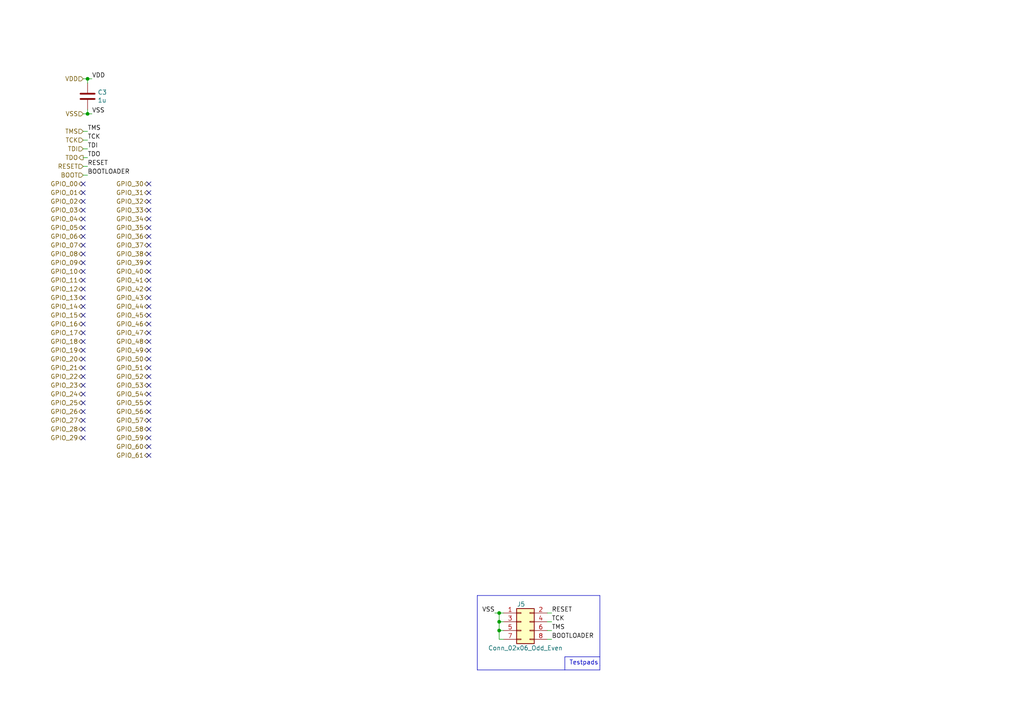
<source format=kicad_sch>
(kicad_sch (version 20230121) (generator eeschema)
  (paper "A4")
  (lib_symbols
    (symbol "Connector_Generic:Conn_02x04_Odd_Even" (pin_names (offset 1.016) hide)
      (property "Reference" "J" (at 1.27 5.08 0))
      (property "Value" "Conn_02x04_Odd_Even" (at 1.27 -7.62 0))
      (symbol "Conn_02x04_Odd_Even_1_1"
        (rectangle (start -1.27 -4.953) (end 0 -5.207) (stroke (width 0.1524)))
        (rectangle (start -1.27 -2.413) (end 0 -2.667) (stroke (width 0.1524)))
        (rectangle (start -1.27 0.127) (end 0 -0.127) (stroke (width 0.1524)))
        (rectangle (start -1.27 2.667) (end 0 2.413) (stroke (width 0.1524)))
        (rectangle (start -1.27 3.81) (end 3.81 -6.35) (stroke (width 0.254)) (fill (type background)))
        (rectangle (start 3.81 -4.953) (end 2.54 -5.207) (stroke (width 0.1524)))
        (rectangle (start 3.81 -2.413) (end 2.54 -2.667) (stroke (width 0.1524)))
        (rectangle (start 3.81 0.127) (end 2.54 -0.127) (stroke (width 0.1524)))
        (rectangle (start 3.81 2.667) (end 2.54 2.413) (stroke (width 0.1524)))
        (pin passive line (at -5.08 2.54 0) (length 3.81) (name "Pin_1") (number "1"))
        (pin passive line (at 7.62 2.54 180) (length 3.81) (name "Pin_2") (number "2"))
        (pin passive line (at -5.08 0 0) (length 3.81) (name "Pin_3") (number "3"))
        (pin passive line (at 7.62 0 180) (length 3.81) (name "Pin_4") (number "4"))
        (pin passive line (at -5.08 -2.54 0) (length 3.81) (name "Pin_5") (number "5"))
        (pin passive line (at 7.62 -2.54 180) (length 3.81) (name "Pin_6") (number "6"))
        (pin passive line (at -5.08 -5.08 0) (length 3.81) (name "Pin_7") (number "7"))
        (pin passive line (at 7.62 -5.08 180) (length 3.81) (name "Pin_8") (number "8"))
      )
    )
    (symbol "Device:C" (pin_numbers hide) (pin_names (offset 0.254))
      (property "Reference" "C" (at 0.635 2.54 0))
      (property "Value" "C" (at 0.635 -2.54 0))
      (symbol "C_0_1"
        (polyline (pts (xy -2.032 -0.762) (xy 2.032 -0.762)) (stroke (width 0.508)))
        (polyline (pts (xy -2.032 0.762) (xy 2.032 0.762)) (stroke (width 0.508)))
      )
      (symbol "C_1_1"
        (pin passive line (at 0 3.81 270) (length 2.794) (name "~") (number "1"))
        (pin passive line (at 0 -3.81 90) (length 2.794) (name "~") (number "2"))
      )
    )
  )
  (junction (at 144.78 177.8))
  (junction (at 144.78 180.34))
  (junction (at 144.78 182.88))
  (junction (at 25.4 33.02))
  (junction (at 25.4 22.86))
  (no_connect (at 24.13 109.22))
  (no_connect (at 43.18 132.08))
  (no_connect (at 43.18 96.52))
  (no_connect (at 24.13 68.58))
  (no_connect (at 43.18 93.98))
  (no_connect (at 43.18 91.44))
  (no_connect (at 24.13 96.52))
  (no_connect (at 43.18 73.66))
  (no_connect (at 24.13 119.38))
  (no_connect (at 24.13 55.88))
  (no_connect (at 24.13 76.2))
  (no_connect (at 24.13 71.12))
  (no_connect (at 24.13 111.76))
  (no_connect (at 24.13 63.5))
  (no_connect (at 24.13 114.3))
  (no_connect (at 43.18 81.28))
  (no_connect (at 43.18 109.22))
  (no_connect (at 43.18 60.96))
  (no_connect (at 24.13 58.42))
  (no_connect (at 43.18 106.68))
  (no_connect (at 43.18 104.14))
  (no_connect (at 24.13 121.92))
  (no_connect (at 24.13 91.44))
  (no_connect (at 43.18 129.54))
  (no_connect (at 24.13 53.34))
  (no_connect (at 24.13 66.04))
  (no_connect (at 43.18 86.36))
  (no_connect (at 43.18 99.06))
  (no_connect (at 24.13 78.74))
  (no_connect (at 43.18 124.46))
  (no_connect (at 43.18 55.88))
  (no_connect (at 24.13 104.14))
  (no_connect (at 24.13 93.98))
  (no_connect (at 43.18 58.42))
  (no_connect (at 24.13 116.84))
  (no_connect (at 43.18 66.04))
  (no_connect (at 24.13 106.68))
  (no_connect (at 24.13 88.9))
  (no_connect (at 43.18 71.12))
  (no_connect (at 43.18 119.38))
  (no_connect (at 24.13 73.66))
  (no_connect (at 24.13 101.6))
  (no_connect (at 24.13 124.46))
  (no_connect (at 43.18 127))
  (no_connect (at 24.13 60.96))
  (no_connect (at 24.13 83.82))
  (no_connect (at 43.18 121.92))
  (no_connect (at 43.18 101.6))
  (no_connect (at 24.13 127))
  (no_connect (at 43.18 116.84))
  (no_connect (at 43.18 76.2))
  (no_connect (at 43.18 68.58))
  (no_connect (at 24.13 81.28))
  (no_connect (at 24.13 86.36))
  (no_connect (at 43.18 83.82))
  (no_connect (at 43.18 63.5))
  (no_connect (at 43.18 114.3))
  (no_connect (at 43.18 88.9))
  (no_connect (at 43.18 53.34))
  (no_connect (at 24.13 99.06))
  (no_connect (at 43.18 111.76))
  (no_connect (at 43.18 78.74))
  (wire (pts (xy 144.78 177.8) (xy 144.78 180.34)))
  (wire (pts (xy 158.75 182.88) (xy 160.02 182.88)))
  (polyline (pts (xy 138.43 194.31) (xy 173.99 194.31)))
  (wire (pts (xy 26.67 33.02) (xy 25.4 33.02)))
  (wire (pts (xy 144.78 177.8) (xy 146.05 177.8)))
  (wire (pts (xy 144.78 182.88) (xy 144.78 185.42)))
  (wire (pts (xy 24.13 33.02) (xy 25.4 33.02)))
  (wire (pts (xy 158.75 180.34) (xy 160.02 180.34)))
  (wire (pts (xy 24.13 43.18) (xy 25.4 43.18)))
  (wire (pts (xy 25.4 33.02) (xy 25.4 31.75)))
  (wire (pts (xy 144.78 180.34) (xy 144.78 182.88)))
  (wire (pts (xy 158.75 177.8) (xy 160.02 177.8)))
  (polyline (pts (xy 173.99 193.04) (xy 173.99 172.72)))
  (polyline (pts (xy 173.99 193.04) (xy 173.99 194.31)))
  (wire (pts (xy 25.4 40.64) (xy 24.13 40.64)))
  (wire (pts (xy 143.51 177.8) (xy 144.78 177.8)))
  (wire (pts (xy 24.13 50.8) (xy 25.4 50.8)))
  (wire (pts (xy 144.78 182.88) (xy 146.05 182.88)))
  (wire (pts (xy 24.13 48.26) (xy 25.4 48.26)))
  (wire (pts (xy 25.4 45.72) (xy 24.13 45.72)))
  (wire (pts (xy 24.13 38.1) (xy 25.4 38.1)))
  (wire (pts (xy 26.67 22.86) (xy 25.4 22.86)))
  (wire (pts (xy 158.75 185.42) (xy 160.02 185.42)))
  (wire (pts (xy 24.13 22.86) (xy 25.4 22.86)))
  (polyline (pts (xy 138.43 172.72) (xy 138.43 194.31)))
  (wire (pts (xy 25.4 22.86) (xy 25.4 24.13)))
  (polyline (pts (xy 173.99 172.72) (xy 138.43 172.72)))
  (polyline (pts (xy 163.83 190.5) (xy 163.83 194.31)))
  (polyline (pts (xy 173.99 190.5) (xy 163.83 190.5)))
  (wire (pts (xy 144.78 180.34) (xy 146.05 180.34)))
  (wire (pts (xy 144.78 185.42) (xy 146.05 185.42)))
  (text "Testpads" (at 165.1 193.04 0) (effects (font (size 1.27 1.27)) (justify left bottom)))
  (label "VSS" (at 26.67 33.02 0))
  (label "RESET" (at 160.02 177.8 0))
  (label "BOOTLOADER" (at 160.02 185.42 0))
  (label "VSS" (at 143.51 177.8 180))
  (label "TCK" (at 25.4 40.64 0))
  (label "TDO" (at 25.4 45.72 0))
  (label "TDI" (at 25.4 43.18 0))
  (label "TMS" (at 160.02 182.88 0))
  (label "BOOTLOADER" (at 25.4 50.8 0))
  (label "TCK" (at 160.02 180.34 0))
  (label "RESET" (at 25.4 48.26 0))
  (label "TMS" (at 25.4 38.1 0))
  (label "VDD" (at 26.67 22.86 0))
  (hierarchical_label "GPIO_30" (shape bidirectional) (at 43.18 53.34 180))
  (hierarchical_label "GPIO_12" (shape bidirectional) (at 24.13 83.82 180))
  (hierarchical_label "GPIO_15" (shape bidirectional) (at 24.13 91.44 180))
  (hierarchical_label "GPIO_39" (shape bidirectional) (at 43.18 76.2 180))
  (hierarchical_label "GPIO_21" (shape bidirectional) (at 24.13 106.68 180))
  (hierarchical_label "GPIO_40" (shape bidirectional) (at 43.18 78.74 180))
  (hierarchical_label "VSS" (shape input) (at 24.13 33.02 180))
  (hierarchical_label "GPIO_02" (shape bidirectional) (at 24.13 58.42 180))
  (hierarchical_label "TDI" (shape input) (at 24.13 43.18 180))
  (hierarchical_label "GPIO_35" (shape bidirectional) (at 43.18 66.04 180))
  (hierarchical_label "GPIO_03" (shape bidirectional) (at 24.13 60.96 180))
  (hierarchical_label "GPIO_20" (shape bidirectional) (at 24.13 104.14 180))
  (hierarchical_label "GPIO_17" (shape bidirectional) (at 24.13 96.52 180))
  (hierarchical_label "GPIO_32" (shape bidirectional) (at 43.18 58.42 180))
  (hierarchical_label "GPIO_60" (shape bidirectional) (at 43.18 129.54 180))
  (hierarchical_label "GPIO_05" (shape bidirectional) (at 24.13 66.04 180))
  (hierarchical_label "GPIO_48" (shape bidirectional) (at 43.18 99.06 180))
  (hierarchical_label "GPIO_11" (shape bidirectional) (at 24.13 81.28 180))
  (hierarchical_label "GPIO_06" (shape bidirectional) (at 24.13 68.58 180))
  (hierarchical_label "GPIO_23" (shape bidirectional) (at 24.13 111.76 180))
  (hierarchical_label "GPIO_34" (shape bidirectional) (at 43.18 63.5 180))
  (hierarchical_label "GPIO_27" (shape bidirectional) (at 24.13 121.92 180))
  (hierarchical_label "BOOT" (shape input) (at 24.13 50.8 180))
  (hierarchical_label "GPIO_22" (shape bidirectional) (at 24.13 109.22 180))
  (hierarchical_label "TCK" (shape input) (at 24.13 40.64 180))
  (hierarchical_label "GPIO_38" (shape bidirectional) (at 43.18 73.66 180))
  (hierarchical_label "GPIO_13" (shape bidirectional) (at 24.13 86.36 180))
  (hierarchical_label "GPIO_42" (shape bidirectional) (at 43.18 83.82 180))
  (hierarchical_label "GPIO_24" (shape bidirectional) (at 24.13 114.3 180))
  (hierarchical_label "GPIO_61" (shape bidirectional) (at 43.18 132.08 180))
  (hierarchical_label "TMS" (shape input) (at 24.13 38.1 180))
  (hierarchical_label "GPIO_43" (shape bidirectional) (at 43.18 86.36 180))
  (hierarchical_label "GPIO_10" (shape bidirectional) (at 24.13 78.74 180))
  (hierarchical_label "GPIO_00" (shape bidirectional) (at 24.13 53.34 180))
  (hierarchical_label "GPIO_37" (shape bidirectional) (at 43.18 71.12 180))
  (hierarchical_label "GPIO_55" (shape bidirectional) (at 43.18 116.84 180))
  (hierarchical_label "GPIO_41" (shape bidirectional) (at 43.18 81.28 180))
  (hierarchical_label "GPIO_25" (shape bidirectional) (at 24.13 116.84 180))
  (hierarchical_label "GPIO_04" (shape bidirectional) (at 24.13 63.5 180))
  (hierarchical_label "GPIO_47" (shape bidirectional) (at 43.18 96.52 180))
  (hierarchical_label "GPIO_45" (shape bidirectional) (at 43.18 91.44 180))
  (hierarchical_label "GPIO_46" (shape bidirectional) (at 43.18 93.98 180))
  (hierarchical_label "GPIO_19" (shape bidirectional) (at 24.13 101.6 180))
  (hierarchical_label "GPIO_36" (shape bidirectional) (at 43.18 68.58 180))
  (hierarchical_label "GPIO_14" (shape bidirectional) (at 24.13 88.9 180))
  (hierarchical_label "GPIO_07" (shape bidirectional) (at 24.13 71.12 180))
  (hierarchical_label "GPIO_51" (shape bidirectional) (at 43.18 106.68 180))
  (hierarchical_label "GPIO_52" (shape bidirectional) (at 43.18 109.22 180))
  (hierarchical_label "GPIO_49" (shape bidirectional) (at 43.18 101.6 180))
  (hierarchical_label "VDD" (shape input) (at 24.13 22.86 180))
  (hierarchical_label "GPIO_26" (shape bidirectional) (at 24.13 119.38 180))
  (hierarchical_label "RESET" (shape input) (at 24.13 48.26 180))
  (hierarchical_label "GPIO_44" (shape bidirectional) (at 43.18 88.9 180))
  (hierarchical_label "GPIO_01" (shape bidirectional) (at 24.13 55.88 180))
  (hierarchical_label "GPIO_28" (shape bidirectional) (at 24.13 124.46 180))
  (hierarchical_label "GPIO_53" (shape bidirectional) (at 43.18 111.76 180))
  (hierarchical_label "GPIO_33" (shape bidirectional) (at 43.18 60.96 180))
  (hierarchical_label "GPIO_16" (shape bidirectional) (at 24.13 93.98 180))
  (hierarchical_label "GPIO_50" (shape bidirectional) (at 43.18 104.14 180))
  (hierarchical_label "GPIO_56" (shape bidirectional) (at 43.18 119.38 180))
  (hierarchical_label "GPIO_58" (shape bidirectional) (at 43.18 124.46 180))
  (hierarchical_label "GPIO_18" (shape bidirectional) (at 24.13 99.06 180))
  (hierarchical_label "GPIO_59" (shape bidirectional) (at 43.18 127 180))
  (hierarchical_label "GPIO_31" (shape bidirectional) (at 43.18 55.88 180))
  (hierarchical_label "GPIO_54" (shape bidirectional) (at 43.18 114.3 180))
  (hierarchical_label "GPIO_29" (shape bidirectional) (at 24.13 127 180))
  (hierarchical_label "TDO" (shape output) (at 24.13 45.72 180))
  (hierarchical_label "GPIO_09" (shape bidirectional) (at 24.13 76.2 180))
  (hierarchical_label "GPIO_08" (shape bidirectional) (at 24.13 73.66 180))
  (hierarchical_label "GPIO_57" (shape bidirectional) (at 43.18 121.92 180))
  (symbol (lib_id "Device:C") (at 25.4 27.94 0) (unit 1)
    (property "Reference" "C3" (at 28.321 26.7716 0) (effects (justify left)))
    (property "Value" "1u" (at 28.321 29.083 0) (effects (justify left)))
    (property "Footprint" "SquantorRcl:C_0402" (effects hide))
  )
  (symbol (lib_id "Connector_Generic:Conn_02x04_Odd_Even") (at 151.13 180.34 0) (unit 1)
    (property "Reference" "J5" (at 151.13 175.26 0))
    (property "Value" "Conn_02x06_Odd_Even" (at 152.4 187.96 0))
    (property "Footprint" "SquantorConnectors:Header-0127-2X04-H006" (effects hide))
  )
)
</source>
